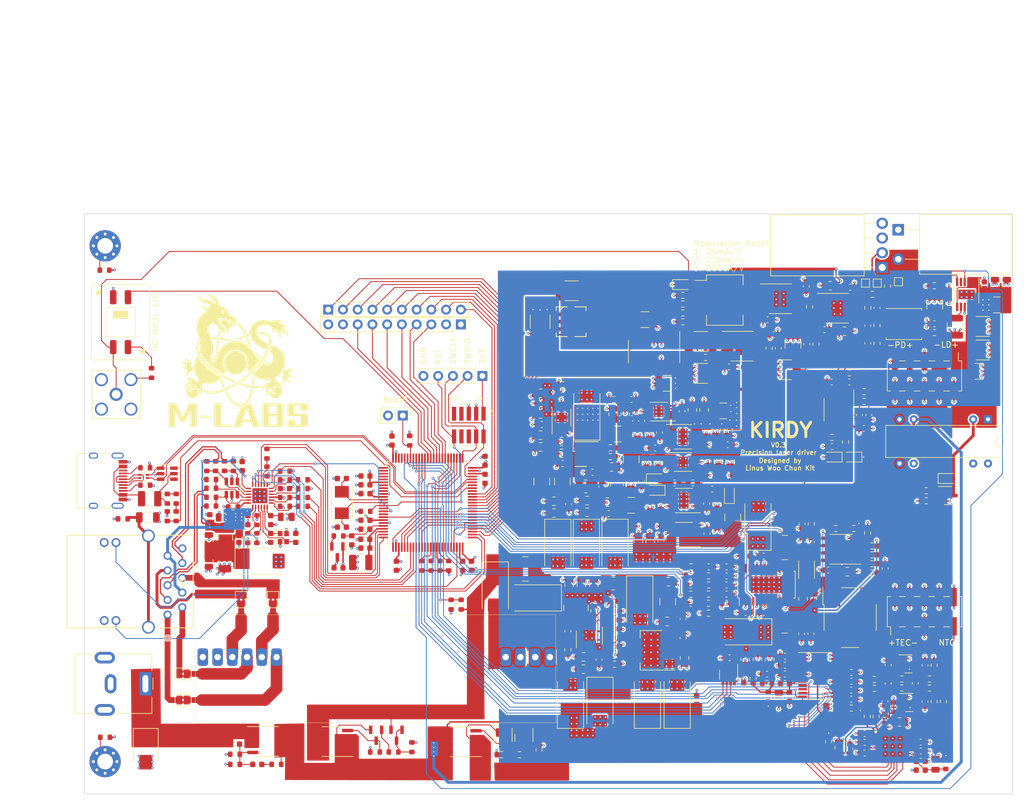
<source format=kicad_pcb>
(kicad_pcb (version 20221018) (generator pcbnew)

  (general
    (thickness 1.6)
  )

  (paper "A4")
  (layers
    (0 "F.Cu" jumper)
    (1 "In1.Cu" signal)
    (2 "In2.Cu" signal)
    (31 "B.Cu" signal)
    (32 "B.Adhes" user "B.Adhesive")
    (33 "F.Adhes" user "F.Adhesive")
    (34 "B.Paste" user)
    (35 "F.Paste" user)
    (36 "B.SilkS" user "B.Silkscreen")
    (37 "F.SilkS" user "F.Silkscreen")
    (38 "B.Mask" user)
    (39 "F.Mask" user)
    (40 "Dwgs.User" user "User.Drawings")
    (41 "Cmts.User" user "User.Comments")
    (42 "Eco1.User" user "User.Eco1")
    (43 "Eco2.User" user "User.Eco2")
    (44 "Edge.Cuts" user)
    (45 "Margin" user)
    (46 "B.CrtYd" user "B.Courtyard")
    (47 "F.CrtYd" user "F.Courtyard")
    (48 "B.Fab" user)
    (49 "F.Fab" user)
    (50 "User.1" user)
    (51 "User.2" user)
    (52 "User.3" user)
    (53 "User.4" user)
    (54 "User.5" user)
    (55 "User.6" user)
    (56 "User.7" user)
    (57 "User.8" user)
    (58 "User.9" user)
  )

  (setup
    (stackup
      (layer "F.SilkS" (type "Top Silk Screen"))
      (layer "F.Paste" (type "Top Solder Paste"))
      (layer "F.Mask" (type "Top Solder Mask") (thickness 0.01))
      (layer "F.Cu" (type "copper") (thickness 0.035))
      (layer "dielectric 1" (type "core") (thickness 0.48) (material "FR4") (epsilon_r 4.5) (loss_tangent 0.02))
      (layer "In1.Cu" (type "copper") (thickness 0.035))
      (layer "dielectric 2" (type "prepreg") (thickness 0.48) (material "FR4") (epsilon_r 4.5) (loss_tangent 0.02))
      (layer "In2.Cu" (type "copper") (thickness 0.035))
      (layer "dielectric 3" (type "core") (thickness 0.48) (material "FR4") (epsilon_r 4.5) (loss_tangent 0.02))
      (layer "B.Cu" (type "copper") (thickness 0.035))
      (layer "B.Mask" (type "Bottom Solder Mask") (thickness 0.01))
      (layer "B.Paste" (type "Bottom Solder Paste"))
      (layer "B.SilkS" (type "Bottom Silk Screen"))
      (copper_finish "ENIG")
      (dielectric_constraints no)
    )
    (pad_to_mask_clearance 0)
    (pcbplotparams
      (layerselection 0x00010fc_ffffffff)
      (plot_on_all_layers_selection 0x0000000_00000000)
      (disableapertmacros false)
      (usegerberextensions true)
      (usegerberattributes false)
      (usegerberadvancedattributes false)
      (creategerberjobfile true)
      (dashed_line_dash_ratio 12.000000)
      (dashed_line_gap_ratio 3.000000)
      (svgprecision 6)
      (plotframeref false)
      (viasonmask false)
      (mode 1)
      (useauxorigin false)
      (hpglpennumber 1)
      (hpglpenspeed 20)
      (hpglpendiameter 15.000000)
      (dxfpolygonmode true)
      (dxfimperialunits true)
      (dxfusepcbnewfont true)
      (psnegative false)
      (psa4output false)
      (plotreference false)
      (plotvalue false)
      (plotinvisibletext false)
      (sketchpadsonfab false)
      (subtractmaskfromsilk true)
      (outputformat 1)
      (mirror false)
      (drillshape 0)
      (scaleselection 1)
      (outputdirectory "gerbers")
    )
  )

  (net 0 "")
  (net 1 "+5VA")
  (net 2 "GND")
  (net 3 "Net-(U1-VOUT_F)")
  (net 4 "Net-(U4--)")
  (net 5 "Net-(U2-OUT)")
  (net 6 "Net-(U4-+)")
  (net 7 "+9VA")
  (net 8 "-6V")
  (net 9 "+15V")
  (net 10 "Net-(U6-+)")
  (net 11 "Net-(C13-Pad2)")
  (net 12 "/MCU/PD_MON")
  (net 13 "Net-(C18-Pad2)")
  (net 14 "Net-(C18-Pad1)")
  (net 15 "Net-(U5B-+)")
  (net 16 "+3V3")
  (net 17 "Net-(U6--)")
  (net 18 "Net-(Q2-G)")
  (net 19 "/MCU/VREF")
  (net 20 "+12V")
  (net 21 "Net-(C25-Pad2)")
  (net 22 "Net-(C26-Pad2)")
  (net 23 "Net-(C26-Pad1)")
  (net 24 "Net-(C27-Pad1)")
  (net 25 "/driveStage/PD_C")
  (net 26 "Net-(C28-Pad1)")
  (net 27 "-9V")
  (net 28 "IN")
  (net 29 "Net-(U8-VCAP_1)")
  (net 30 "Net-(U8-VCAP_2)")
  (net 31 "Net-(C52-Pad1)")
  (net 32 "Net-(U8-PH0)")
  (net 33 "Net-(U8-PH1)")
  (net 34 "/MCU/VDDA")
  (net 35 "Net-(D6-K)")
  (net 36 "Net-(D5-A)")
  (net 37 "Net-(U9-C+)")
  (net 38 "Net-(D5-K)")
  (net 39 "Net-(C57-Pad1)")
  (net 40 "+9V")
  (net 41 "+8V")
  (net 42 "+3.3VA")
  (net 43 "/thermostat/DAC_REF")
  (net 44 "Net-(U9-C-)")
  (net 45 "Net-(D7-A)")
  (net 46 "Net-(U16-PGFB)")
  (net 47 "/thermostat/MAXV")
  (net 48 "/thermostat/MAXIP")
  (net 49 "/thermostat/MAXIN")
  (net 50 "Net-(U11-EN{slash}UV)")
  (net 51 "Net-(U12-EN{slash}UV)")
  (net 52 "Net-(U13-EN{slash}UV)")
  (net 53 "/MCU/TEC_ISEN")
  (net 54 "Net-(U15-EN{slash}UV)")
  (net 55 "/MCU/TEC_VREF")
  (net 56 "Net-(U14-EN{slash}UV)")
  (net 57 "Net-(U11-SET)")
  (net 58 "Net-(U16-SET)")
  (net 59 "+5V")
  (net 60 "Net-(U12-SET)")
  (net 61 "Net-(U13-SET)")
  (net 62 "Net-(U14-SET)")
  (net 63 "Net-(U15-SET)")
  (net 64 "Net-(U19-REGCAPD)")
  (net 65 "Net-(U18-REGCAPD)")
  (net 66 "Net-(U21-CTLI)")
  (net 67 "Net-(U18-REFOUT)")
  (net 68 "Net-(U18-REGCAPA)")
  (net 69 "Net-(U19-REGCAPA)")
  (net 70 "Net-(U21-COMP)")
  (net 71 "Net-(U21-CS)")
  (net 72 "Net-(U21-OS2)")
  (net 73 "/Ehternet/AVDDT_PHY")
  (net 74 "/Ehternet/ETH_SHIELD")
  (net 75 "Net-(U23-VIN)")
  (net 76 "Net-(U23-SS{slash}TR)")
  (net 77 "/MCU/RST")
  (net 78 "Net-(FB12-Pad1)")
  (net 79 "/thermostat/TEC+")
  (net 80 "/thermostat/TEC-")
  (net 81 "Net-(U23-BOOT)")
  (net 82 "/MCU/USB_DP")
  (net 83 "/MCU/USB_DN")
  (net 84 "/MCU/SWDIO")
  (net 85 "/MCU/SWCLK")
  (net 86 "Net-(U23-COMP)")
  (net 87 "Net-(Q3-E)")
  (net 88 "Net-(D10-A1)")
  (net 89 "Net-(Q4-G)")
  (net 90 "Net-(U24-VI)")
  (net 91 "Net-(U26-XTAL2)")
  (net 92 "Net-(U26-XTAL1)")
  (net 93 "Net-(U26-VDDCR)")
  (net 94 "Net-(D1-A2)")
  (net 95 "/driveStage/LD-")
  (net 96 "/thermostat/NTC+")
  (net 97 "/thermostat/NTC-")
  (net 98 "Net-(D4-A)")
  (net 99 "Net-(U27-VBUS)")
  (net 100 "Net-(L3-Pad1)")
  (net 101 "Net-(U21-OS1)")
  (net 102 "Net-(FL2-Pad4)")
  (net 103 "Net-(FL2-Pad1)")
  (net 104 "Net-(J4-Pin_8)")
  (net 105 "Net-(J4-Pin_7)")
  (net 106 "Net-(J4-Pin_6)")
  (net 107 "Net-(J4-Pin_5)")
  (net 108 "Net-(J4-Pin_4)")
  (net 109 "Net-(J4-Pin_3)")
  (net 110 "Net-(J5-Pin_10)")
  (net 111 "Net-(J5-Pin_9)")
  (net 112 "Net-(J5-Pin_8)")
  (net 113 "Net-(J5-Pin_7)")
  (net 114 "Net-(J5-Pin_6)")
  (net 115 "Net-(J5-Pin_5)")
  (net 116 "Net-(J5-Pin_4)")
  (net 117 "Net-(J5-Pin_3)")
  (net 118 "Net-(J5-Pin_2)")
  (net 119 "Net-(J5-Pin_1)")
  (net 120 "unconnected-(J6-Pin_6-Pad6)")
  (net 121 "/MCU/PWM_MAXV")
  (net 122 "/MCU/PWM_MAXIP")
  (net 123 "/MCU/PWM_MAXIN")
  (net 124 "unconnected-(J6-Pin_7-Pad7)")
  (net 125 "unconnected-(J6-Pin_8-Pad8)")
  (net 126 "unconnected-(J6-Pin_9-Pad9)")
  (net 127 "/MCU/TEC_VSEN")
  (net 128 "/Ehternet/POE_VC2-")
  (net 129 "/Ehternet/POE_VC1-")
  (net 130 "/MCU/POE_PWR_SRC")
  (net 131 "/Ehternet/RMII_RXD0")
  (net 132 "/Ehternet/POE_VC2+")
  (net 133 "/Ehternet/RMII_RXD1")
  (net 134 "/Ehternet/POE_VC1+")
  (net 135 "/Ehternet/RMII_CRS_DV")
  (net 136 "/Ehternet/RMII_REF_CLK")
  (net 137 "/Ehternet/RMII_MDIO")
  (net 138 "Net-(J9-Pad11)")
  (net 139 "/Ehternet/ETH_LED_1")
  (net 140 "Net-(J9-Pad13)")
  (net 141 "/Ehternet/PHY_TD_P")
  (net 142 "/Ehternet/PHY_TD_N")
  (net 143 "/Ehternet/PHY_RD_P")
  (net 144 "/Ehternet/PHY_RD_N")
  (net 145 "/Ehternet/ETH_LED_2")
  (net 146 "unconnected-(J10-SBU2-PadB8)")
  (net 147 "Net-(J10-CC2)")
  (net 148 "/MCU/USB_VBUS")
  (net 149 "/MCU/LDAC_LOAD")
  (net 150 "/MCU/LDAC_CLK")
  (net 151 "/MCU/LDAC_MOSI")
  (net 152 "/MCU/LDAC_CS")
  (net 153 "/MCU/TADC_SYNC")
  (net 154 "/MCU/TADC_MISO")
  (net 155 "/MCU/TDAC_MOSI")
  (net 156 "/MCU/TADC_CLK")
  (net 157 "/MCU/TDAC_CLK")
  (net 158 "/MCU/TADC_CS")
  (net 159 "/MCU/TDAC_SYNC")
  (net 160 "/MCU/TADC_MOSI")
  (net 161 "unconnected-(J10-SBU1-PadA8)")
  (net 162 "Net-(J10-CC1)")
  (net 163 "Net-(JP1-A)")
  (net 164 "Net-(JP2-B)")
  (net 165 "Net-(JP3-B)")
  (net 166 "Net-(JP4-B)")
  (net 167 "Net-(JP5-B)")
  (net 168 "Net-(L4-Pad1)")
  (net 169 "Net-(Q9-E)")
  (net 170 "Net-(Q1-G)")
  (net 171 "Net-(Q2-S-Pad1)")
  (net 172 "Net-(Q3-B)")
  (net 173 "Net-(Q5-G)")
  (net 174 "/Ehternet/RMII_MDC")
  (net 175 "/Ehternet/PHY_NRST")
  (net 176 "Net-(Q6-B)")
  (net 177 "Net-(Q7-B)")
  (net 178 "Net-(Q8-G)")
  (net 179 "Net-(Q9-B)")
  (net 180 "Net-(R3-Pad2)")
  (net 181 "/Ehternet/RMII_TX_EN")
  (net 182 "/Ehternet/RMII_TXD0")
  (net 183 "/Ehternet/RMII_TXD1")
  (net 184 "Net-(R5-Pad2)")
  (net 185 "Net-(U3--)")
  (net 186 "Net-(U5B--)")
  (net 187 "Net-(U7-OUT)")
  (net 188 "Net-(U8-PE8)")
  (net 189 "Net-(U8-PE9)")
  (net 190 "Net-(U8-PE10)")
  (net 191 "Net-(U8-PE11)")
  (net 192 "Net-(U16-ILIM)")
  (net 193 "Net-(U10-SET)")
  (net 194 "Net-(U17-VFB)")
  (net 195 "Net-(U20B--)")
  (net 196 "Net-(U18-AIN0)")
  (net 197 "Net-(U18-AIN1)")
  (net 198 "Net-(U19-AIN0{slash}REF2-)")
  (net 199 "Net-(U19-AIN1{slash}REF2+)")
  (net 200 "unconnected-(K1-Pad14)")
  (net 201 "Net-(U20A-+)")
  (net 202 "Net-(U20A--)")
  (net 203 "Net-(U23-EN)")
  (net 204 "Net-(U23-RT{slash}CLK)")
  (net 205 "Net-(U23-VSENSE)")
  (net 206 "Net-(U26-RXD0)")
  (net 207 "Net-(U26-RXD1)")
  (net 208 "Net-(U26-CRS_DV)")
  (net 209 "Net-(U26-nINT)")
  (net 210 "Net-(U26-RXER)")
  (net 211 "Net-(U26-RBIAS)")
  (net 212 "Net-(U3-+)")
  (net 213 "Net-(U1-VOUT_S)")
  (net 214 "unconnected-(U2-INV-Pad13)")
  (net 215 "unconnected-(U2-NC-Pad9)")
  (net 216 "unconnected-(U2-RFB-Pad1)")
  (net 217 "unconnected-(U8-PE1-Pad98)")
  (net 218 "unconnected-(U8-PE0-Pad97)")
  (net 219 "unconnected-(U8-PB9-Pad96)")
  (net 220 "unconnected-(U8-PA10-Pad69)")
  (net 221 "unconnected-(U8-PA8-Pad67)")
  (net 222 "unconnected-(U8-PE15-Pad46)")
  (net 223 "unconnected-(U8-PE14-Pad45)")
  (net 224 "/MCU/LD_EN")
  (net 225 "unconnected-(U8-PE13-Pad44)")
  (net 226 "unconnected-(U8-PE12-Pad43)")
  (net 227 "unconnected-(U8-PE7-Pad38)")
  (net 228 "unconnected-(U8-PB2-Pad37)")
  (net 229 "/MCU/TEC_~{SHDN}")
  (net 230 "Net-(H1-Pad1)")
  (net 231 "Net-(H2-Pad1)")
  (net 232 "/MCU/~{LD_SHORT}")
  (net 233 "unconnected-(U8-PC2-Pad17)")
  (net 234 "unconnected-(U8-PC0-Pad15)")
  (net 235 "unconnected-(U8-PC15-Pad9)")
  (net 236 "unconnected-(U8-PC14-Pad8)")
  (net 237 "unconnected-(U8-PC13-Pad7)")
  (net 238 "unconnected-(U8-PE6-Pad5)")
  (net 239 "unconnected-(U8-PE5-Pad4)")
  (net 240 "unconnected-(U8-PE4-Pad3)")
  (net 241 "unconnected-(U8-PE3-Pad2)")
  (net 242 "unconnected-(U8-PE2-Pad1)")
  (net 243 "12Vin")
  (net 244 "unconnected-(U9-NC-Pad12)")
  (net 245 "unconnected-(U9-NC-Pad7)")
  (net 246 "unconnected-(U9-NC-Pad6)")
  (net 247 "unconnected-(U9-NC-Pad3)")
  (net 248 "unconnected-(U9-NC-Pad1)")
  (net 249 "unconnected-(U10-ILIM-Pad5)")
  (net 250 "unconnected-(U11-PG-Pad4)")
  (net 251 "unconnected-(U12-PG-Pad5)")
  (net 252 "unconnected-(U13-PG-Pad4)")
  (net 253 "unconnected-(U14-VIOC-Pad7)")
  (net 254 "unconnected-(U14-PG-Pad4)")
  (net 255 "unconnected-(U15-PG-Pad4)")
  (net 256 "unconnected-(U16-PG-Pad5)")
  (net 257 "unconnected-(U18-GPIO1-Pad20)")
  (net 258 "unconnected-(U18-GPIO0-Pad19)")
  (net 259 "unconnected-(U18-XTAL2{slash}CLKIO-Pad10)")
  (net 260 "unconnected-(U18-XTAL1-Pad9)")
  (net 261 "unconnected-(U19-DNC-Pad3)")
  (net 262 "unconnected-(U19-PDSW-Pad8)")
  (net 263 "unconnected-(U19-XTAL1-Pad9)")
  (net 264 "unconnected-(U19-XTAL2{slash}CLKIO-Pad10)")
  (net 265 "unconnected-(U19-~{ERROR}-Pad15)")
  (net 266 "unconnected-(U19-GPIO0-Pad20)")
  (net 267 "unconnected-(U19-GPIO1-Pad21)")
  (net 268 "unconnected-(U19-GPIO2-Pad22)")
  (net 269 "unconnected-(U19-AIN2-Pad23)")
  (net 270 "unconnected-(U19-AIN3-Pad24)")
  (net 271 "unconnected-(U19-AIN4-Pad25)")
  (net 272 "unconnected-(U19-AIN5-Pad26)")
  (net 273 "unconnected-(U19-AIN6-Pad27)")
  (net 274 "unconnected-(U19-AIN7-Pad28)")
  (net 275 "unconnected-(U19-AIN8-Pad29)")
  (net 276 "unconnected-(U19-GPO3-Pad30)")
  (net 277 "Net-(U20B-+)")
  (net 278 "unconnected-(U22-NC-Pad2)")
  (net 279 "unconnected-(U22-NC-Pad1)")
  (net 280 "unconnected-(U23-PWRGD-Pad14)")
  (net 281 "unconnected-(U27-I{slash}O4-Pad6)")
  (net 282 "unconnected-(U27-I{slash}O3-Pad4)")
  (net 283 "/Ehternet/RJ45_RD_N")
  (net 284 "/Ehternet/RJ45_RD_P")
  (net 285 "/Ehternet/RJ45_TD_N")
  (net 286 "/Ehternet/RJ45_TD_P")
  (net 287 "/thermostat/ADC1_REF")
  (net 288 "/thermostat/ADC1_A3V3")
  (net 289 "/thermostat/ADC1_D3V3")
  (net 290 "/thermostat/ADC2_D3V3")
  (net 291 "/thermostat/ADC2_A3V3")
  (net 292 "/thermostat/ADC2_REF")
  (net 293 "Net-(C124-Pad1)")
  (net 294 "Net-(C125-Pad1)")
  (net 295 "Net-(C126-Pad1)")
  (net 296 "Net-(C156-Pad2)")
  (net 297 "Net-(C157-Pad2)")
  (net 298 "Net-(C166-Pad2)")
  (net 299 "Net-(C167-Pad2)")
  (net 300 "Net-(C177-Pad2)")
  (net 301 "Net-(C178-Pad1)")
  (net 302 "Net-(C179-Pad1)")
  (net 303 "Net-(C187-Pad2)")
  (net 304 "Net-(C188-Pad1)")
  (net 305 "Net-(C208-Pad1)")
  (net 306 "Net-(R8-Pad2)")
  (net 307 "Net-(R23-Pad2)")
  (net 308 "unconnected-(R25-Pad3)")
  (net 309 "Net-(R35-Pad2)")
  (net 310 "Net-(R66-Pad2)")
  (net 311 "Net-(R121-Pad2)")
  (net 312 "Net-(R122-Pad1)")
  (net 313 "unconnected-(J4-Pin_9-Pad9)")
  (net 314 "/MCU/TERM_STAT")

  (footprint "Resistor_SMD:R_0603_1608Metric" (layer "F.Cu") (at 34.544 45.8338 180))

  (footprint "Resistor_SMD:R_0603_1608Metric" (layer "F.Cu") (at 56.4334 91.9319 90))

  (footprint "Capacitor_SMD:C_0603_1608Metric" (layer "F.Cu") (at 34.544 47.3578))

  (footprint "Capacitor_SMD:C_0603_1608Metric" (layer "F.Cu") (at 138.5316 80.9498 90))

  (footprint "Package_TO_SOT_SMD:SOT-23" (layer "F.Cu") (at 50.2782 89.8694 -90))

  (footprint "Capacitor_SMD:C_0805_2012Metric" (layer "F.Cu") (at 103.4288 76.5556 -90))

  (footprint "Inductor_SMD:L_1210_3225Metric" (layer "F.Cu") (at 47.617 60.0964))

  (footprint "Capacitor_SMD:C_0603_1608Metric" (layer "F.Cu") (at 104.4956 63.9706 180))

  (footprint "Capacitor_SMD:C_0603_1608Metric" (layer "F.Cu") (at 78.8126 36.3114 180))

  (footprint "Capacitor_SMD:C_0603_1608Metric" (layer "F.Cu") (at 138.0236 61.1124 90))

  (footprint "Package_QFP:LQFP-100_14x14mm_P0.5mm" (layer "F.Cu") (at 59.182 49.7798))

  (footprint "Capacitor_SMD:C_0603_1608Metric" (layer "F.Cu") (at 104.4956 67.1332 180))

  (footprint "Resistor_SMD:R_0603_1608Metric" (layer "F.Cu") (at 33.0855 94.896))

  (footprint "Resistor_SMD:R_0603_1608Metric" (layer "F.Cu") (at 37.6308 47.3578 180))

  (footprint "Inductor_SMD:L_1008_2520Metric" (layer "F.Cu") (at 91.7448 46.6344 -90))

  (footprint "Capacitor_SMD:C_0603_1608Metric" (layer "F.Cu") (at 110.6875 60.8397))

  (footprint "Capacitor_SMD:C_0805_2012Metric" (layer "F.Cu") (at 94.1832 46.3922 -90))

  (footprint "Resistor_SMD:R_0603_1608Metric" (layer "F.Cu") (at 115.239 80.0856 -90))

  (footprint "Resistor_SMD:R_0603_1608Metric" (layer "F.Cu") (at 37.6308 45.8338 180))

  (footprint "Resistor_SMD:R_0603_1608Metric" (layer "F.Cu") (at 132.1684 85.191))

  (footprint "Resistor_SMD:R_0603_1608Metric" (layer "F.Cu") (at 104.4956 62.3984))

  (footprint "Resistor_SMD:R_0603_1608Metric" (layer "F.Cu") (at 78.35 92.4 90))

  (footprint "Capacitor_SMD:C_0603_1608Metric" (layer "F.Cu") (at 135.0256 22.3134 -90))

  (footprint "Capacitor_SMD:C_0603_1608Metric" (layer "F.Cu") (at 99.3394 50.1786 90))

  (footprint "Diode_SMD:D_SMB" (layer "F.Cu") (at 10.5615 92.364 -90))

  (footprint "Capacitor_SMD:C_0603_1608Metric" (layer "F.Cu") (at 78.8126 32.7046 180))

  (footprint "Resistor_SMD:R_0603_1608Metric" (layer "F.Cu") (at 21.844 50.355))

  (footprint "Resistor_SMD:R_0603_1608Metric" (layer "F.Cu") (at 145.0848 47.7352))

  (footprint "Capacitor_SMD:C_0805_2012Metric" (layer "F.Cu") (at 82.2198 41.2662 180))

  (footprint "Package_SO:SOIC-8-1EP_3.9x4.9mm_P1.27mm_EP2.29x3mm" (layer "F.Cu") (at 119.9378 14.6424))

  (footprint "Capacitor_SMD:C_0805_2012Metric" (layer "F.Cu") (at 86.0044 76.3524 180))

  (footprint "Package_TO_SOT_SMD:SOT-23-6" (layer "F.Cu") (at 25.4 47.2562 90))

  (footprint "Connector_BarrelJack:BarrelJack_CUI_PJ-063AH_Horizontal" (layer "F.Cu") (at 10.5 81 -90))

  (footprint "Capacitor_SMD:C_1812_4532Metric" (layer "F.Cu") (at 154.813 23.4696))

  (footprint "Resistor_SMD:R_0603_1608Metric" (layer "F.Cu") (at 136.144 81.788))

  (footprint "Capacitor_SMD:C_0603_1608Metric" (layer "F.Cu") (at 144.137 91.059))

  (footprint "Resistor_SMD:R_0603_1608Metric" (layer "F.Cu") (at 104.5423 60.8397))

  (footprint "Resistor_SMD:R_0603_1608Metric" (layer "F.Cu") (at 148.463 94.869 90))

  (footprint "Resistor_SMD:R_0603_1608Metric" (layer "F.Cu") (at 107.823 39.7994))

  (footprint "Package_TO_SOT_THT:TO-220F-4_Horizontal_TabDown" (layer "F.Cu") (at 137.5 9.25 90))

  (footprint "Capacitor_SMD:C_0603_1608Metric" (layer "F.Cu") (at 117.6528 79.3496 180))

  (footprint "Capacitor_SMD:C_0603_1608Metric" (layer "F.Cu") (at 99.1108 37.6936 -90))

  (footprint "Capacitor_SMD:C_0603_1608Metric" (layer "F.Cu")
    (tstamp 18b8fa11-6bc8-4019-aac3-0eea023d7ea8)
    (at 113.652 80.0602 -90)
    (descr "Capacitor SMD 0603 (1608 Metric), square (rectangular) end terminal, IPC_7351 nominal, (Body size source: IPC-SM-782 page 76, https://www.pcb-3d.com/wordpress/wp-content/uploads/ipc-sm-782a_amendment_1_and_2.pdf), generated with kicad-footprint-generator")
    (tags "capacitor")
    (property "MFR_PN" "CL10B104KB8NNWC")
    (property "MFR_PN_ALT" "CL10B104KB8NNNL")
    (property "Sheetfile" "thermostat.kicad_sch")
    (property "Sheetname" "thermostat")
    (property "ki_description" "Unpolarized capacitor")
    (property "ki_keywords" "cap capacitor")
    (path "/bda728c0-b189-4e05-8d4f-58a38acf883b/d924e105-c32c-494b-9c01-fb97e5dab91b")
    (attr smd)
    (fp_text reference "C117" (at 0 -1.43 90) (layer "F.SilkS") hide
        (effects (font (size 1 1) (thickness 0.15)))
      (tstamp f9ad1429-39d7-47ea-ada8-5393828a2889)
    )
    (fp_text value "100n" (at 0 1.43 90) (layer "F.Fab")
        (effects (font (size 1 1) (thickness 0.15)))
      (tstamp 8511fbd7-9a6d-4704-946e-99a01089ef2e)
    )
    (fp_text user "${REFERENCE}" (at 0 0 90) (layer "F.Fab")
        (effects (font (size 0.4 0.4) (thickness 0.06)))
      (tstamp c324be00-810c-4b73-bd6d-aca1e4198d27)
    )
    (fp_line (start -0.14058 -0.51) (end 0.14058 -0.51)
      (stroke (width 0.12) (type solid)) (layer "F.SilkS") (tstamp 9b913c31-919e-482b-8fc3-de2474e98775))
    (fp_line (start -0.14058 0.51) (end 0.14058 0.51)
      (stroke (width 0.12) (type solid)) (layer "F.SilkS") (tstamp bffab35a-5e9b-42c4-869d-78ce07d9be2e))
    (fp_line (start -1.48 -0.73) (end 1.48 -0.73)
      (stroke (width 0.05) (type solid)) (layer "F.CrtYd") (tstamp 3c02d922-1ad3-4000-ac9a-976d3c74b0fe))
    (fp_line (start -1.48 0.73) (end -1.48 -0.73)
      (stroke (width 0.05) (type solid)) (layer "F.CrtYd") (tstamp 08eaee24-44e8-4397-8664-3e26a7eefea6))
    (fp_line (start 1.48 -0.73) (end 1.48 0.73)
      (stroke (width 0.05) (type solid)) (layer "F.CrtYd") (tstamp c1035e45-9226-4bec-9cc4-77114eb93383))
    (fp_line (start 1.48 0.73) (end -1.48 0.73)
      (stroke (width 0.05) (type solid)) (layer "F.CrtYd") (tstamp 5cf57a08-cf5a-45c3-b532-b5703819923d))
    (fp_line (start -0.8 -0.4) (end 0.8 -0.4)
      (stroke (width 0.1) (type solid)) (layer "F.Fab") (tstamp 5d825777-9712-4a76-9724-4eb7a337560d))
    (fp_line (start -0.8 0.4) (end -0.8 -0.4)
      (stroke (width 0.1) (type solid)) (layer "F.Fab") (tstamp a4af2e1e-c8f5-48a4-8e64-cd97732269a6))
    (fp_line (start 0.8 -0.4) (end 0.8 0.4)
      (stroke (width 0.1) (type solid)) (layer "F.Fab") (tstamp e1507178-cacb-42b3-8011-07e8ff0daed7))
    (fp_line (start 0.8 0.4) (end -0.8 0.4)
      (stroke (width 0.1) (type solid)) (layer "F.Fab") (tstamp 37c5b365-2faf-454f-8884-8cad7e9d51b0))
    (pad "1" smd roundrect (at -0.775 0 270) (size 0.9 0.95) (layers "F.Cu" "F.Paste" "F.Mask") (roundrect_rratio 0.25)
      (net 43 "/thermostat/DA
... [4786323 chars truncated]
</source>
